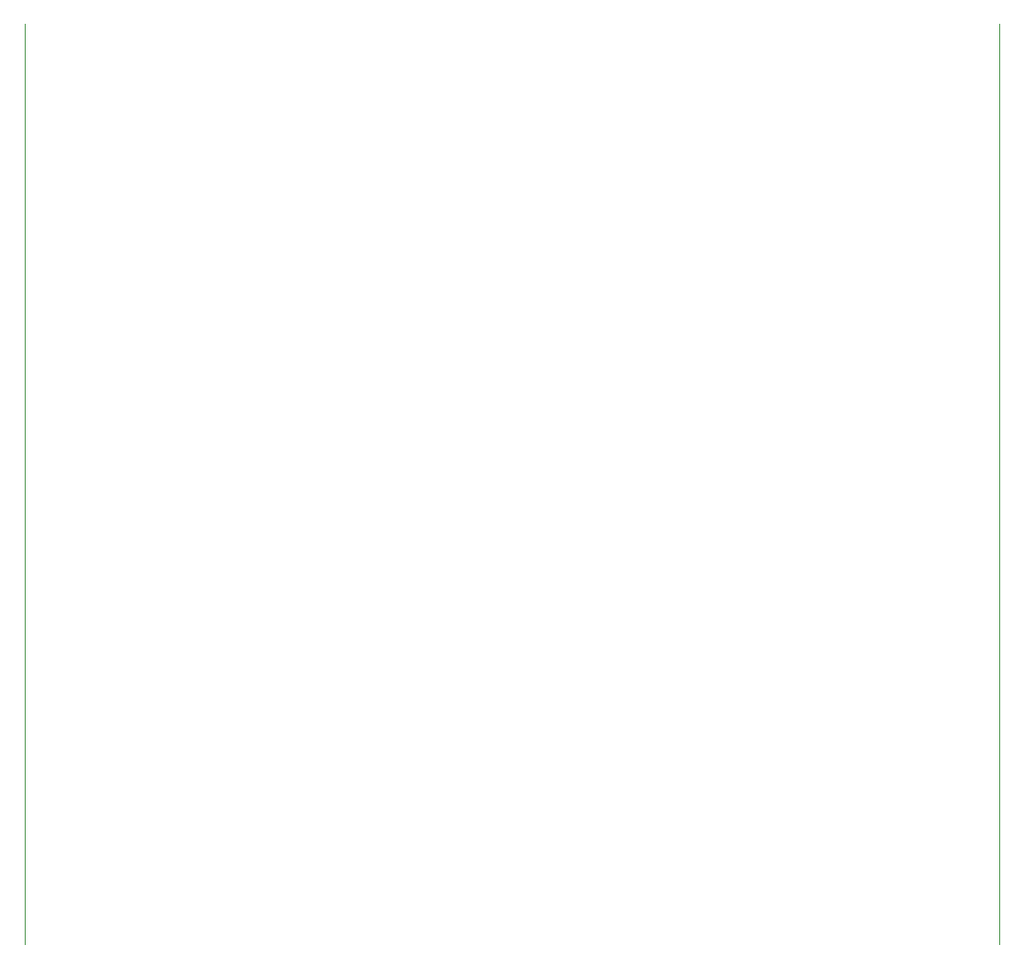
<source format=gbr>
%TF.GenerationSoftware,KiCad,Pcbnew,9.0.3*%
%TF.CreationDate,2026-01-13T09:08:10-05:00*%
%TF.ProjectId,MASTER,4d415354-4552-42e6-9b69-6361645f7063,rev?*%
%TF.SameCoordinates,Original*%
%TF.FileFunction,Other,User*%
%FSLAX46Y46*%
G04 Gerber Fmt 4.6, Leading zero omitted, Abs format (unit mm)*
G04 Created by KiCad (PCBNEW 9.0.3) date 2026-01-13 09:08:10*
%MOMM*%
%LPD*%
G01*
G04 APERTURE LIST*
%ADD10C,0.050000*%
G04 APERTURE END LIST*
D10*
X64000000Y-36000000D02*
X64000000Y-121000000D01*
X154000000Y-36000000D02*
X154000000Y-121000000D01*
M02*

</source>
